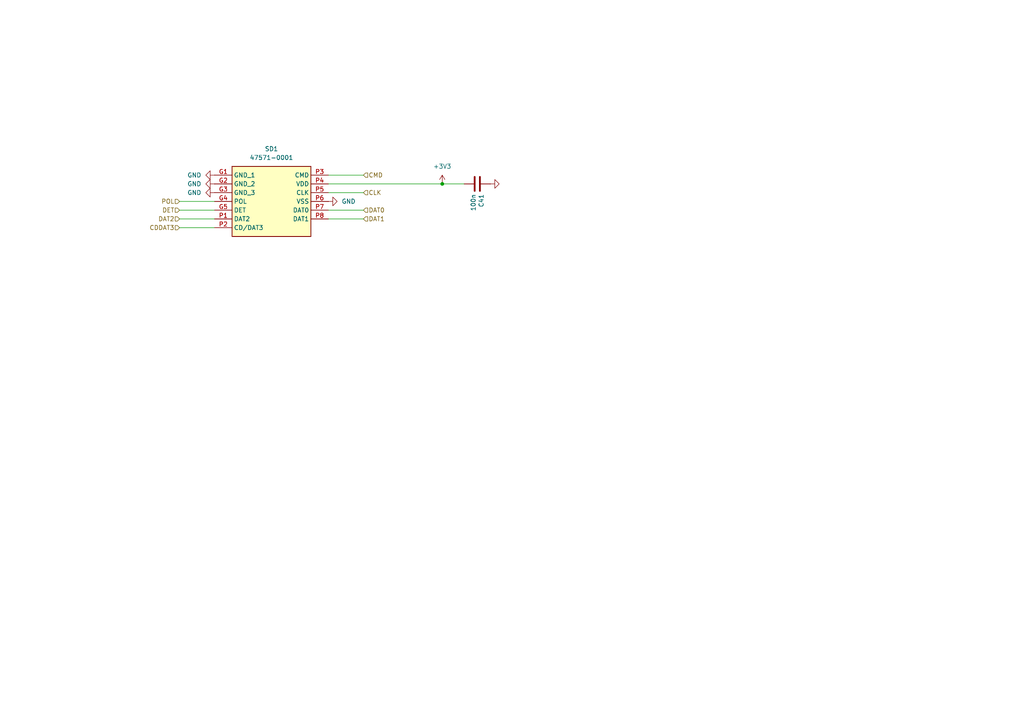
<source format=kicad_sch>
(kicad_sch (version 20231120) (generator "eeschema") (generator_version "8.0")
  (paper "A4")
  (title_block (title "FRANK M2U") (date "2025-02-06") (rev "1.00") (company "Mikhail Matveev") (comment 1 "https://github.com/xtremespb/frank"))
  (lib_symbols
    (symbol "Device:C" (pin_numbers hide) (pin_names (offset 0.254))
      (property "Reference" "C" (at 0.635 2.54 0))
      (property "Value" "C" (at 0.635 -2.54 0))
      (symbol "C_0_1"
        (polyline (pts (xy -2.032 -0.762) (xy 2.032 -0.762)) (stroke (width 0.508)))
        (polyline (pts (xy -2.032 0.762) (xy 2.032 0.762)) (stroke (width 0.508)))
      )
      (symbol "C_1_1"
        (pin passive line (at 0 3.81 270) (length 2.794) (name "~") (number "1"))
        (pin passive line (at 0 -3.81 90) (length 2.794) (name "~") (number "2"))
      )
    )
    (symbol "FRANK:MicroSD_Short"
      (property "Reference" "SD1" (at 16.51 7.62 0))
      (property "Value" "MicroSD_Short" (at 16.51 5.08 0))
      (symbol "MicroSD_Short_1_1"
        (rectangle (start 5.08 2.54) (end 27.94 -17.78) (stroke (width 0.254)) (fill (type background)))
        (pin passive line (at 0 0 0) (length 5.08) (name "GND_1") (number "G1"))
        (pin passive line (at 0 -2.54 0) (length 5.08) (name "GND_2") (number "G2"))
        (pin passive line (at 0 -5.08 0) (length 5.08) (name "GND_3") (number "G3"))
        (pin passive line (at 0 -7.62 0) (length 5.08) (name "POL") (number "G4"))
        (pin passive line (at 0 -10.16 0) (length 5.08) (name "DET") (number "G5"))
        (pin passive line (at 0 -12.7 0) (length 5.08) (name "DAT2") (number "P1"))
        (pin passive line (at 0 -15.24 0) (length 5.08) (name "CD/DAT3") (number "P2"))
        (pin passive line (at 33.02 0 180) (length 5.08) (name "CMD") (number "P3"))
        (pin passive line (at 33.02 -2.54 180) (length 5.08) (name "VDD") (number "P4"))
        (pin passive line (at 33.02 -5.08 180) (length 5.08) (name "CLK") (number "P5"))
        (pin passive line (at 33.02 -7.62 180) (length 5.08) (name "VSS") (number "P6"))
        (pin passive line (at 33.02 -10.16 180) (length 5.08) (name "DAT0") (number "P7"))
        (pin passive line (at 33.02 -12.7 180) (length 5.08) (name "DAT1") (number "P8"))
      )
    )
    (symbol "GND_1" (power) (pin_numbers hide) (pin_names (offset 0) hide)
      (property "Value" "GND" (at 0 -3.81 0))
      (symbol "GND_1_0_1"
        (polyline (pts (xy 0 0) (xy 0 -1.27) (xy 1.27 -1.27) (xy 0 -2.54) (xy -1.27 -1.27) (xy 0 -1.27)))
      )
      (symbol "GND_1_1_1"
        (pin power_in line (at 0 0 270) (length 0) (name "~") (number "1"))
      )
    )
    (symbol "power:+3V3" (power) (pin_numbers hide) (pin_names (offset 0) hide)
      (property "Value" "+3V3" (at 0 3.556 0))
      (symbol "+3V3_0_1"
        (polyline (pts (xy -0.762 1.27) (xy 0 2.54)))
        (polyline (pts (xy 0 0) (xy 0 2.54)))
        (polyline (pts (xy 0 2.54) (xy 0.762 1.27)))
      )
      (symbol "+3V3_1_1"
        (pin power_in line (at 0 0 90) (length 0) (name "~") (number "1"))
      )
    )
    (symbol "power:GND" (power) (pin_numbers hide) (pin_names (offset 0) hide)
      (property "Value" "GND" (at 0 -3.81 0))
      (symbol "GND_0_1"
        (polyline (pts (xy 0 0) (xy 0 -1.27) (xy 1.27 -1.27) (xy 0 -2.54) (xy -1.27 -1.27) (xy 0 -1.27)))
      )
      (symbol "GND_1_1"
        (pin power_in line (at 0 0 270) (length 0) (name "~") (number "1"))
      )
    )
  )
  (junction (at 128.27 53.34))
  (wire (pts (xy 95.25 60.96) (xy 105.41 60.96)))
  (wire (pts (xy 95.25 63.5) (xy 105.41 63.5)))
  (wire (pts (xy 52.07 66.04) (xy 62.23 66.04)))
  (wire (pts (xy 52.07 63.5) (xy 62.23 63.5)))
  (wire (pts (xy 95.25 50.8) (xy 105.41 50.8)))
  (wire (pts (xy 128.27 53.34) (xy 134.62 53.34)))
  (wire (pts (xy 95.25 55.88) (xy 105.41 55.88)))
  (wire (pts (xy 95.25 53.34) (xy 128.27 53.34)))
  (wire (pts (xy 52.07 58.42) (xy 62.23 58.42)))
  (wire (pts (xy 52.07 60.96) (xy 62.23 60.96)))
  (hierarchical_label "CLK" (shape input) (at 105.41 55.88 0))
  (hierarchical_label "DAT0" (shape input) (at 105.41 60.96 0))
  (hierarchical_label "DAT1" (shape input) (at 105.41 63.5 0))
  (hierarchical_label "DET" (shape input) (at 52.07 60.96 180))
  (hierarchical_label "CDDAT3" (shape input) (at 52.07 66.04 180))
  (hierarchical_label "DAT2" (shape input) (at 52.07 63.5 180))
  (hierarchical_label "POL" (shape input) (at 52.07 58.42 180))
  (hierarchical_label "CMD" (shape input) (at 105.41 50.8 0))
  (symbol (lib_id "Device:C") (at 138.43 53.34 270) (unit 1)
    (property "Reference" "C41" (at 139.5984 56.261 0) (effects (justify left)))
    (property "Value" "100n" (at 137.287 56.261 0) (effects (justify left)))
    (property "Footprint" "FRANK:Capacitor (0805)" (effects (hide yes)))
    (property "Datasheet" "https://eu.mouser.com/datasheet/2/447/KEM_C1075_X7R_HT_SMD-3316221.pdf" (effects (hide yes)))
    (property "AliExpress" "https://www.aliexpress.com/item/33008008276.html" (effects (hide yes)))
  )
  (symbol (lib_id "power:+3V3") (at 128.27 53.34 0) (unit 1)
    (property "Reference" "#PWR066" (effects (hide yes)))
    (property "Value" "+3V3" (at 128.27 48.26 0))
    (property "Description" "Power symbol creates a global label with name \"+3V3\"" (effects (hide yes)))
  )
  (symbol (lib_id "power:GND") (at 142.24 53.34 90) (unit 1)
    (property "Reference" "#PWR067" (effects (hide yes)))
    (property "Value" "GND" (effects (hide yes)))
    (property "Description" "Power symbol creates a global label with name \"GND\" , ground" (effects (hide yes)))
  )
  (symbol (lib_name "GND_1") (lib_id "power:GND") (at 62.23 53.34 270) (unit 1)
    (property "Reference" "#PWR065" (effects (hide yes)))
    (property "Value" "GND" (at 58.42 53.3399 90) (effects (justify right)))
    (property "Description" "Power symbol creates a global label with name \"GND\" , ground" (effects (hide yes)))
  )
  (symbol (lib_id "FRANK:MicroSD_Short") (at 62.23 50.8 0) (unit 1)
    (property "Reference" "SD1" (at 78.74 43.18 0))
    (property "Value" "47571-0001" (at 78.74 45.72 0))
    (property "Footprint" "FRANK:MicroSD (SMD, short)" (effects (hide yes)))
    (property "Datasheet" "https://componentsearchengine.com/Datasheets/2/47571-0001.pdf" (effects (hide yes)))
    (property "Description" "Memory Card Connectors ASSY FOR TFR HEADER HEADER W/DETECT PIN" (effects (hide yes)))
    (property "Height" "2.3" (effects (hide yes)))
    (property "Mouser Part Number" "538-47571-0001" (effects (hide yes)))
    (property "Mouser Price/Stock" "https://www.mouser.co.uk/ProductDetail/Molex/47571-0001?qs=qM7ngqbhX5UTJOg9nqKLJQ%3D%3D" (effects (hide yes)))
    (property "Manufacturer_Name" "Molex" (effects (hide yes)))
    (property "Manufacturer_Part_Number" "47571-0001" (effects (hide yes)))
    (property "AliExpress" "https://www.aliexpress.com/item/1005005302426366.html" (effects (hide yes)))
  )
  (symbol (lib_name "GND_1") (lib_id "power:GND") (at 95.25 58.42 90) (unit 1)
    (property "Reference" "#PWR069" (effects (hide yes)))
    (property "Value" "GND" (at 99.06 58.4199 90) (effects (justify right)))
    (property "Description" "Power symbol creates a global label with name \"GND\" , ground" (effects (hide yes)))
  )
  (symbol (lib_name "GND_1") (lib_id "power:GND") (at 62.23 55.88 270) (unit 1)
    (property "Reference" "#PWR068" (effects (hide yes)))
    (property "Value" "GND" (at 58.42 55.8799 90) (effects (justify right)))
    (property "Description" "Power symbol creates a global label with name \"GND\" , ground" (effects (hide yes)))
  )
  (symbol (lib_name "GND_1") (lib_id "power:GND") (at 62.23 50.8 270) (unit 1)
    (property "Reference" "#PWR064" (effects (hide yes)))
    (property "Value" "GND" (at 58.42 50.7999 90) (effects (justify right)))
    (property "Description" "Power symbol creates a global label with name \"GND\" , ground" (effects (hide yes)))
  )
)
</source>
